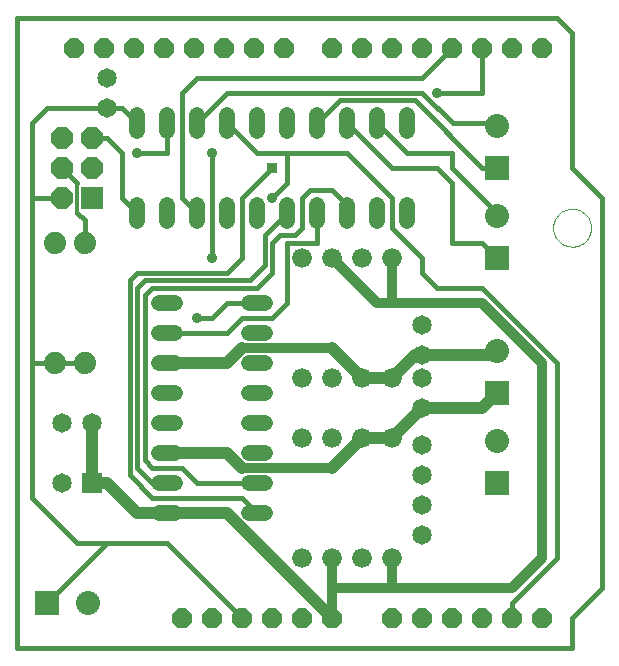
<source format=gtl>
G75*
G70*
%OFA0B0*%
%FSLAX24Y24*%
%IPPOS*%
%LPD*%
%AMOC8*
5,1,8,0,0,1.08239X$1,22.5*
%
%ADD10C,0.0000*%
%ADD11C,0.0160*%
%ADD12OC8,0.0660*%
%ADD13C,0.0520*%
%ADD14C,0.0660*%
%ADD15R,0.0740X0.0740*%
%ADD16OC8,0.0740*%
%ADD17C,0.0650*%
%ADD18R,0.0650X0.0650*%
%ADD19C,0.0740*%
%ADD20R,0.0800X0.0800*%
%ADD21C,0.0800*%
%ADD22C,0.0320*%
%ADD23C,0.0400*%
%ADD24C,0.0356*%
%ADD25R,0.0356X0.0356*%
%ADD26C,0.0120*%
D10*
X010210Y000504D02*
X010210Y021500D01*
X028080Y014504D02*
X028082Y014554D01*
X028088Y014604D01*
X028098Y014653D01*
X028112Y014701D01*
X028129Y014748D01*
X028150Y014793D01*
X028175Y014837D01*
X028203Y014878D01*
X028235Y014917D01*
X028269Y014954D01*
X028306Y014988D01*
X028346Y015018D01*
X028388Y015045D01*
X028432Y015069D01*
X028478Y015090D01*
X028525Y015106D01*
X028573Y015119D01*
X028623Y015128D01*
X028672Y015133D01*
X028723Y015134D01*
X028773Y015131D01*
X028822Y015124D01*
X028871Y015113D01*
X028919Y015098D01*
X028965Y015080D01*
X029010Y015058D01*
X029053Y015032D01*
X029094Y015003D01*
X029133Y014971D01*
X029169Y014936D01*
X029201Y014898D01*
X029231Y014858D01*
X029258Y014815D01*
X029281Y014771D01*
X029300Y014725D01*
X029316Y014677D01*
X029328Y014628D01*
X029336Y014579D01*
X029340Y014529D01*
X029340Y014479D01*
X029336Y014429D01*
X029328Y014380D01*
X029316Y014331D01*
X029300Y014283D01*
X029281Y014237D01*
X029258Y014193D01*
X029231Y014150D01*
X029201Y014110D01*
X029169Y014072D01*
X029133Y014037D01*
X029094Y014005D01*
X029053Y013976D01*
X029010Y013950D01*
X028965Y013928D01*
X028919Y013910D01*
X028871Y013895D01*
X028822Y013884D01*
X028773Y013877D01*
X028723Y013874D01*
X028672Y013875D01*
X028623Y013880D01*
X028573Y013889D01*
X028525Y013902D01*
X028478Y013918D01*
X028432Y013939D01*
X028388Y013963D01*
X028346Y013990D01*
X028306Y014020D01*
X028269Y014054D01*
X028235Y014091D01*
X028203Y014130D01*
X028175Y014171D01*
X028150Y014215D01*
X028129Y014260D01*
X028112Y014307D01*
X028098Y014355D01*
X028088Y014404D01*
X028082Y014454D01*
X028080Y014504D01*
D11*
X010210Y021504D02*
X010210Y000504D01*
X028710Y000504D01*
X028710Y001504D01*
X029710Y002504D01*
X029710Y015504D01*
X028710Y016504D01*
X028710Y021004D01*
X028210Y021504D01*
X010210Y021504D01*
X011210Y018504D02*
X010710Y018004D01*
X010710Y015504D01*
X011710Y015504D01*
X012210Y016004D02*
X011710Y016504D01*
X012710Y017504D02*
X013210Y017504D01*
X013710Y017004D01*
X013710Y015504D01*
X014210Y015004D01*
X015710Y015504D02*
X016210Y015004D01*
X015710Y015504D02*
X015710Y019004D01*
X016210Y019504D01*
X023710Y019504D01*
X024710Y020504D01*
X025710Y020504D02*
X025710Y019004D01*
X024210Y019004D01*
X023710Y019004D02*
X017210Y019004D01*
X016210Y018004D01*
X017210Y018004D02*
X018210Y017004D01*
X019210Y017004D01*
X019210Y016004D01*
X018710Y015504D01*
X019210Y015004D02*
X018460Y014254D01*
X018460Y013254D01*
X017960Y012754D01*
X014460Y012754D01*
X014210Y012504D01*
X014210Y006504D01*
X014710Y006004D01*
X015210Y006004D01*
X014710Y006504D02*
X015710Y006504D01*
X016210Y006004D01*
X018210Y006004D01*
X017710Y005504D02*
X014710Y005504D01*
X013960Y006254D01*
X013960Y012754D01*
X014210Y013004D01*
X017210Y013004D01*
X017710Y013504D01*
X017710Y015504D01*
X018710Y016504D01*
X019210Y017004D02*
X021210Y017004D01*
X022710Y015504D01*
X022710Y014504D01*
X023710Y013504D01*
X023710Y013004D01*
X024210Y012504D01*
X025710Y012504D01*
X028210Y010004D01*
X028210Y003504D01*
X026710Y002004D01*
X026710Y001504D01*
X018210Y005004D02*
X017710Y005504D01*
X015210Y004004D02*
X013210Y004004D01*
X011210Y002004D01*
X012210Y004004D02*
X010710Y005504D01*
X010710Y010004D01*
X010710Y015504D01*
X012210Y015004D02*
X012460Y014754D01*
X012460Y014004D01*
X014460Y012254D02*
X014460Y006754D01*
X014710Y006504D01*
X015210Y004004D02*
X017710Y001504D01*
X013210Y004004D02*
X012210Y004004D01*
X012460Y010004D02*
X011460Y010004D01*
X010710Y010004D01*
X014460Y012254D02*
X014710Y012504D01*
X018210Y012504D01*
X018710Y013004D01*
X018710Y014004D01*
X018960Y014254D01*
X019460Y014254D01*
X019710Y014504D01*
X019710Y015504D01*
X019960Y015754D01*
X020710Y015754D01*
X021210Y015254D01*
X021210Y015004D01*
X020210Y015004D02*
X020210Y014004D01*
X019210Y014004D01*
X019210Y012004D01*
X018710Y011504D01*
X017710Y011504D01*
X017210Y011004D01*
X015210Y011004D01*
X016210Y011504D02*
X016710Y011504D01*
X017210Y012004D01*
X018210Y012004D01*
X016710Y013504D02*
X016710Y017004D01*
X015210Y017004D02*
X015210Y018004D01*
X014210Y018004D02*
X013710Y018504D01*
X013210Y018504D01*
X011210Y018504D01*
X014210Y017004D02*
X015210Y017004D01*
X020210Y018004D02*
X020960Y018754D01*
X023460Y018754D01*
X025710Y016504D01*
X026210Y016504D01*
X024710Y016504D02*
X026210Y015004D01*
X026210Y014882D01*
X025710Y014004D02*
X026210Y013504D01*
X025710Y014004D02*
X024710Y014004D01*
X024710Y016004D01*
X024210Y016504D01*
X022710Y016504D01*
X021210Y018004D01*
X022210Y018004D02*
X023210Y017004D01*
X024710Y017004D01*
X024710Y016504D01*
X024726Y017988D02*
X026103Y017988D01*
X026210Y017882D01*
X024726Y017988D02*
X023710Y019004D01*
D12*
X023710Y020504D03*
X024710Y020504D03*
X025710Y020504D03*
X026710Y020504D03*
X027710Y020504D03*
X022710Y020504D03*
X021710Y020504D03*
X020710Y020504D03*
X019110Y020504D03*
X018110Y020504D03*
X017110Y020504D03*
X016110Y020504D03*
X015110Y020504D03*
X014110Y020504D03*
X013110Y020504D03*
X012110Y020504D03*
X015710Y001504D03*
X016710Y001504D03*
X017710Y001504D03*
X018710Y001504D03*
X019710Y001504D03*
X020710Y001504D03*
X022710Y001504D03*
X023710Y001504D03*
X024710Y001504D03*
X025710Y001504D03*
X026710Y001504D03*
X027710Y001504D03*
D13*
X018470Y005004D02*
X017950Y005004D01*
X017950Y006004D02*
X018470Y006004D01*
X018470Y007004D02*
X017950Y007004D01*
X017950Y008004D02*
X018470Y008004D01*
X018470Y009004D02*
X017950Y009004D01*
X017950Y010004D02*
X018470Y010004D01*
X018470Y011004D02*
X017950Y011004D01*
X017950Y012004D02*
X018470Y012004D01*
X015470Y012004D02*
X014950Y012004D01*
X014950Y011004D02*
X015470Y011004D01*
X015470Y010004D02*
X014950Y010004D01*
X014950Y009004D02*
X015470Y009004D01*
X015470Y008004D02*
X014950Y008004D01*
X014950Y007004D02*
X015470Y007004D01*
X015470Y006004D02*
X014950Y006004D01*
X014950Y005004D02*
X015470Y005004D01*
X015210Y014744D02*
X015210Y015264D01*
X014210Y015264D02*
X014210Y014744D01*
X016210Y014744D02*
X016210Y015264D01*
X017210Y015264D02*
X017210Y014744D01*
X018210Y014744D02*
X018210Y015264D01*
X019210Y015264D02*
X019210Y014744D01*
X020210Y014744D02*
X020210Y015264D01*
X021210Y015264D02*
X021210Y014744D01*
X022210Y014744D02*
X022210Y015264D01*
X023210Y015264D02*
X023210Y014744D01*
X023210Y017744D02*
X023210Y018264D01*
X022210Y018264D02*
X022210Y017744D01*
X021210Y017744D02*
X021210Y018264D01*
X020210Y018264D02*
X020210Y017744D01*
X019210Y017744D02*
X019210Y018264D01*
X018210Y018264D02*
X018210Y017744D01*
X017210Y017744D02*
X017210Y018264D01*
X016210Y018264D02*
X016210Y017744D01*
X015210Y017744D02*
X015210Y018264D01*
X014210Y018264D02*
X014210Y017744D01*
D14*
X019710Y013504D03*
X020710Y013504D03*
X021710Y013504D03*
X022710Y013504D03*
X022710Y009504D03*
X021710Y009504D03*
X020710Y009504D03*
X019710Y009504D03*
X019710Y007504D03*
X020710Y007504D03*
X021710Y007504D03*
X022710Y007504D03*
X022710Y003504D03*
X021710Y003504D03*
X020710Y003504D03*
X019710Y003504D03*
D15*
X012710Y015504D03*
D16*
X011710Y015504D03*
X011710Y016504D03*
X012710Y016504D03*
X012710Y017504D03*
X011710Y017504D03*
D17*
X013210Y018504D03*
X013210Y019504D03*
X023710Y011254D03*
X023710Y010254D03*
X023710Y009504D03*
X023710Y008504D03*
X023710Y007254D03*
X023710Y006254D03*
X023710Y005254D03*
X023710Y004254D03*
X012710Y008004D03*
X011710Y008004D03*
X011710Y006004D03*
D18*
X012710Y006004D03*
D19*
X012460Y010004D03*
X011460Y010004D03*
X011460Y014004D03*
X012460Y014004D03*
D20*
X026210Y013504D03*
X026210Y016504D03*
X026210Y009004D03*
X026210Y006004D03*
X011210Y002004D03*
D21*
X012588Y002004D03*
X026210Y007382D03*
X026210Y010382D03*
X026210Y014882D03*
X026210Y017882D03*
D22*
X022710Y013504D02*
X022710Y012004D01*
X022210Y012004D01*
X020710Y013504D01*
X022710Y012004D02*
X025710Y012004D01*
X027710Y010004D01*
X027710Y003504D01*
X026710Y002504D01*
X022710Y002504D01*
X022710Y003504D01*
X022710Y002504D02*
X020710Y002504D01*
X020710Y003504D01*
X020710Y002504D02*
X020710Y001504D01*
X020710Y006504D02*
X017710Y006504D01*
X017710Y010504D02*
X020710Y010504D01*
D23*
X021710Y009504D01*
X022710Y009504D01*
X023460Y010254D01*
X023710Y010254D01*
X026082Y010254D01*
X026210Y010382D01*
X026210Y009004D02*
X025710Y008504D01*
X023710Y008504D01*
X022710Y007504D01*
X021710Y007504D01*
X020710Y006504D01*
X017710Y006504D02*
X017210Y007004D01*
X015210Y007004D01*
X013210Y006004D02*
X014210Y005004D01*
X015210Y005004D01*
X017210Y005004D01*
X020710Y001504D01*
X013210Y006004D02*
X012710Y006004D01*
X012710Y008004D01*
X015210Y010004D02*
X017210Y010004D01*
X017710Y010504D01*
D24*
X016210Y011504D03*
X016710Y013504D03*
X018710Y015504D03*
X016710Y017004D03*
X014210Y017004D03*
X024210Y019004D03*
D25*
X018710Y016504D03*
D26*
X012210Y016004D02*
X012210Y015004D01*
M02*

</source>
